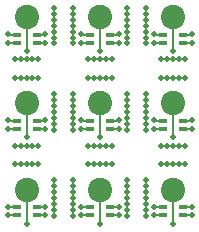
<source format=gtl>
G04 #@! TF.GenerationSoftware,KiCad,Pcbnew,5.0.2-bee76a0~70~ubuntu18.04.1*
G04 #@! TF.CreationDate,2018-12-08T03:46:04+01:00*
G04 #@! TF.ProjectId,simic2matrix_panel_3x3,73696d69-6332-46d6-9174-7269785f7061,rev?*
G04 #@! TF.SameCoordinates,Original*
G04 #@! TF.FileFunction,Copper,L1,Top*
G04 #@! TF.FilePolarity,Positive*
%FSLAX46Y46*%
G04 Gerber Fmt 4.6, Leading zero omitted, Abs format (unit mm)*
G04 Created by KiCad (PCBNEW 5.0.2-bee76a0~70~ubuntu18.04.1) date Sat 08 Dec 2018 03:46:04 CET*
%MOMM*%
%LPD*%
G01*
G04 APERTURE LIST*
G04 #@! TA.AperFunction,ViaPad*
%ADD10C,2.060000*%
G04 #@! TD*
G04 #@! TA.AperFunction,SMDPad,CuDef*
%ADD11R,0.750000X0.450000*%
G04 #@! TD*
G04 #@! TA.AperFunction,ViaPad*
%ADD12C,0.500000*%
G04 #@! TD*
G04 #@! TA.AperFunction,Conductor*
%ADD13C,0.152400*%
G04 #@! TD*
G04 APERTURE END LIST*
D10*
G04 #@! TO.N,GND*
G04 #@! TO.C,U2*
X124500000Y-121820000D03*
D11*
G04 #@! TD*
G04 #@! TO.P,U2,1*
G04 #@! TO.N,Net-(U1-Pad4)*
X123650000Y-124000000D03*
G04 #@! TO.P,U2,3*
G04 #@! TO.N,Net-(U1-Pad1)*
X125350000Y-124000000D03*
G04 #@! TO.P,U2,4*
G04 #@! TO.N,Net-(U1-Pad2)*
X125350000Y-123300000D03*
G04 #@! TO.P,U2,2*
G04 #@! TO.N,Net-(U1-Pad3)*
X123650000Y-123300000D03*
G04 #@! TD*
D10*
G04 #@! TO.N,GND*
G04 #@! TO.C,U2*
X118300000Y-121820000D03*
D11*
G04 #@! TD*
G04 #@! TO.P,U2,1*
G04 #@! TO.N,Net-(U1-Pad4)*
X117450000Y-124000000D03*
G04 #@! TO.P,U2,3*
G04 #@! TO.N,Net-(U1-Pad1)*
X119150000Y-124000000D03*
G04 #@! TO.P,U2,4*
G04 #@! TO.N,Net-(U1-Pad2)*
X119150000Y-123300000D03*
G04 #@! TO.P,U2,2*
G04 #@! TO.N,Net-(U1-Pad3)*
X117450000Y-123300000D03*
G04 #@! TD*
G04 #@! TO.P,U2,2*
G04 #@! TO.N,Net-(U1-Pad3)*
X111250000Y-123300000D03*
G04 #@! TO.P,U2,4*
G04 #@! TO.N,Net-(U1-Pad2)*
X112950000Y-123300000D03*
G04 #@! TO.P,U2,3*
G04 #@! TO.N,Net-(U1-Pad1)*
X112950000Y-124000000D03*
G04 #@! TO.P,U2,1*
G04 #@! TO.N,Net-(U1-Pad4)*
X111250000Y-124000000D03*
D10*
G04 #@! TD*
G04 #@! TO.N,GND*
G04 #@! TO.C,U2*
X112100000Y-121820000D03*
G04 #@! TO.N,GND*
G04 #@! TO.C,U2*
X124500000Y-114520000D03*
D11*
G04 #@! TD*
G04 #@! TO.P,U2,1*
G04 #@! TO.N,Net-(U1-Pad4)*
X123650000Y-116700000D03*
G04 #@! TO.P,U2,3*
G04 #@! TO.N,Net-(U1-Pad1)*
X125350000Y-116700000D03*
G04 #@! TO.P,U2,4*
G04 #@! TO.N,Net-(U1-Pad2)*
X125350000Y-116000000D03*
G04 #@! TO.P,U2,2*
G04 #@! TO.N,Net-(U1-Pad3)*
X123650000Y-116000000D03*
G04 #@! TD*
D10*
G04 #@! TO.N,GND*
G04 #@! TO.C,U2*
X118300000Y-114520000D03*
D11*
G04 #@! TD*
G04 #@! TO.P,U2,1*
G04 #@! TO.N,Net-(U1-Pad4)*
X117450000Y-116700000D03*
G04 #@! TO.P,U2,3*
G04 #@! TO.N,Net-(U1-Pad1)*
X119150000Y-116700000D03*
G04 #@! TO.P,U2,4*
G04 #@! TO.N,Net-(U1-Pad2)*
X119150000Y-116000000D03*
G04 #@! TO.P,U2,2*
G04 #@! TO.N,Net-(U1-Pad3)*
X117450000Y-116000000D03*
G04 #@! TD*
D10*
G04 #@! TO.N,GND*
G04 #@! TO.C,U2*
X112100000Y-114520000D03*
D11*
G04 #@! TD*
G04 #@! TO.P,U2,1*
G04 #@! TO.N,Net-(U1-Pad4)*
X111250000Y-116700000D03*
G04 #@! TO.P,U2,3*
G04 #@! TO.N,Net-(U1-Pad1)*
X112950000Y-116700000D03*
G04 #@! TO.P,U2,4*
G04 #@! TO.N,Net-(U1-Pad2)*
X112950000Y-116000000D03*
G04 #@! TO.P,U2,2*
G04 #@! TO.N,Net-(U1-Pad3)*
X111250000Y-116000000D03*
G04 #@! TD*
D10*
G04 #@! TO.N,GND*
G04 #@! TO.C,U2*
X124500000Y-107220000D03*
D11*
G04 #@! TD*
G04 #@! TO.P,U2,1*
G04 #@! TO.N,Net-(U1-Pad4)*
X123650000Y-109400000D03*
G04 #@! TO.P,U2,3*
G04 #@! TO.N,Net-(U1-Pad1)*
X125350000Y-109400000D03*
G04 #@! TO.P,U2,4*
G04 #@! TO.N,Net-(U1-Pad2)*
X125350000Y-108700000D03*
G04 #@! TO.P,U2,2*
G04 #@! TO.N,Net-(U1-Pad3)*
X123650000Y-108700000D03*
G04 #@! TD*
D10*
G04 #@! TO.N,GND*
G04 #@! TO.C,U2*
X118300000Y-107220000D03*
D11*
G04 #@! TD*
G04 #@! TO.P,U2,1*
G04 #@! TO.N,Net-(U1-Pad4)*
X117450000Y-109400000D03*
G04 #@! TO.P,U2,3*
G04 #@! TO.N,Net-(U1-Pad1)*
X119150000Y-109400000D03*
G04 #@! TO.P,U2,4*
G04 #@! TO.N,Net-(U1-Pad2)*
X119150000Y-108700000D03*
G04 #@! TO.P,U2,2*
G04 #@! TO.N,Net-(U1-Pad3)*
X117450000Y-108700000D03*
G04 #@! TD*
D10*
G04 #@! TO.N,GND*
G04 #@! TO.C,U2*
X112100000Y-107220000D03*
D11*
G04 #@! TD*
G04 #@! TO.P,U2,1*
G04 #@! TO.N,Net-(U1-Pad4)*
X111250000Y-109400000D03*
G04 #@! TO.P,U2,3*
G04 #@! TO.N,Net-(U1-Pad1)*
X112950000Y-109400000D03*
G04 #@! TO.P,U2,4*
G04 #@! TO.N,Net-(U1-Pad2)*
X112950000Y-108700000D03*
G04 #@! TO.P,U2,2*
G04 #@! TO.N,Net-(U1-Pad3)*
X111250000Y-108700000D03*
G04 #@! TD*
D12*
G04 #@! TO.N,*
X112100000Y-112400000D03*
X118300000Y-112400000D03*
X124500000Y-112400000D03*
X112100000Y-119700000D03*
X118300000Y-119700000D03*
X124500000Y-119700000D03*
X111100000Y-110800000D03*
X117300000Y-110800000D03*
X123500000Y-110800000D03*
X111100000Y-118100000D03*
X117300000Y-118100000D03*
X123500000Y-118100000D03*
X116000000Y-106950000D03*
X122200000Y-106950000D03*
X116000000Y-114250000D03*
X122200000Y-114250000D03*
X116000000Y-121550000D03*
X122200000Y-121550000D03*
X112600000Y-110800000D03*
X118800000Y-110800000D03*
X125000000Y-110800000D03*
X112600000Y-118100000D03*
X118800000Y-118100000D03*
X125000000Y-118100000D03*
X111600000Y-110800000D03*
X117800000Y-110800000D03*
X124000000Y-110800000D03*
X111600000Y-118100000D03*
X117800000Y-118100000D03*
X124000000Y-118100000D03*
X116000000Y-108950000D03*
X122200000Y-108950000D03*
X116000000Y-116250000D03*
X122200000Y-116250000D03*
X116000000Y-123550000D03*
X122200000Y-123550000D03*
X114400000Y-109450000D03*
X120600000Y-109450000D03*
X114400000Y-116750000D03*
X120600000Y-116750000D03*
X114400000Y-124050000D03*
X120600000Y-124050000D03*
X114400000Y-106450000D03*
X120600000Y-106450000D03*
X114400000Y-113750000D03*
X120600000Y-113750000D03*
X114400000Y-121050000D03*
X120600000Y-121050000D03*
X116000000Y-108450000D03*
X122200000Y-108450000D03*
X116000000Y-115750000D03*
X122200000Y-115750000D03*
X116000000Y-123050000D03*
X122200000Y-123050000D03*
X114400000Y-106950000D03*
X120600000Y-106950000D03*
X114400000Y-114250000D03*
X120600000Y-114250000D03*
X114400000Y-121550000D03*
X120600000Y-121550000D03*
X112600000Y-112400000D03*
X118800000Y-112400000D03*
X125000000Y-112400000D03*
X112600000Y-119700000D03*
X118800000Y-119700000D03*
X125000000Y-119700000D03*
X111100000Y-110800000D03*
X117300000Y-110800000D03*
X123500000Y-110800000D03*
X111100000Y-118100000D03*
X117300000Y-118100000D03*
X123500000Y-118100000D03*
X113100000Y-110800000D03*
X119300000Y-110800000D03*
X125500000Y-110800000D03*
X113100000Y-118100000D03*
X119300000Y-118100000D03*
X125500000Y-118100000D03*
X111600000Y-112400000D03*
X117800000Y-112400000D03*
X124000000Y-112400000D03*
X111600000Y-119700000D03*
X117800000Y-119700000D03*
X124000000Y-119700000D03*
X111100000Y-112400000D03*
X117300000Y-112400000D03*
X123500000Y-112400000D03*
X111100000Y-119700000D03*
X117300000Y-119700000D03*
X123500000Y-119700000D03*
X114400000Y-108450000D03*
X120600000Y-108450000D03*
X114400000Y-115750000D03*
X120600000Y-115750000D03*
X114400000Y-123050000D03*
X120600000Y-123050000D03*
X112100000Y-110800000D03*
X118300000Y-110800000D03*
X124500000Y-110800000D03*
X112100000Y-118100000D03*
X118300000Y-118100000D03*
X124500000Y-118100000D03*
X116000000Y-106450000D03*
X122200000Y-106450000D03*
X116000000Y-113750000D03*
X122200000Y-113750000D03*
X116000000Y-121050000D03*
X122200000Y-121050000D03*
X116000000Y-107450000D03*
X122200000Y-107450000D03*
X116000000Y-114750000D03*
X122200000Y-114750000D03*
X116000000Y-122050000D03*
X122200000Y-122050000D03*
X116000000Y-107950000D03*
X122200000Y-107950000D03*
X116000000Y-115250000D03*
X122200000Y-115250000D03*
X116000000Y-122550000D03*
X122200000Y-122550000D03*
X114400000Y-107950000D03*
X120600000Y-107950000D03*
X114400000Y-115250000D03*
X120600000Y-115250000D03*
X114400000Y-122550000D03*
X120600000Y-122550000D03*
X114400000Y-107450000D03*
X120600000Y-107450000D03*
X114400000Y-114750000D03*
X120600000Y-114750000D03*
X114400000Y-122050000D03*
X120600000Y-122050000D03*
X113100000Y-112400000D03*
X119300000Y-112400000D03*
X125500000Y-112400000D03*
X113100000Y-119700000D03*
X119300000Y-119700000D03*
X125500000Y-119700000D03*
X111100000Y-110800000D03*
X117300000Y-110800000D03*
X123500000Y-110800000D03*
X111100000Y-118100000D03*
X117300000Y-118100000D03*
X123500000Y-118100000D03*
X114400000Y-108950000D03*
X120600000Y-108950000D03*
X114400000Y-116250000D03*
X120600000Y-116250000D03*
X114400000Y-123550000D03*
X120600000Y-123550000D03*
X116000000Y-109450000D03*
X122200000Y-109450000D03*
X116000000Y-116750000D03*
X122200000Y-116750000D03*
X116000000Y-124050000D03*
X122200000Y-124050000D03*
G04 #@! TO.N,Net-(U1-Pad2)*
X113697599Y-108670558D03*
X119897599Y-108670558D03*
X126097599Y-108670558D03*
X113697599Y-115970558D03*
X119897599Y-115970558D03*
X126097599Y-115970558D03*
X113697599Y-123270558D03*
X119897599Y-123270558D03*
X126097599Y-123270558D03*
G04 #@! TO.N,Net-(U1-Pad4)*
X110502400Y-109400000D03*
X116702400Y-109400000D03*
X122902400Y-109400000D03*
X110502400Y-116700000D03*
X116702400Y-116700000D03*
X122902400Y-116700000D03*
X110502400Y-124000000D03*
X116702400Y-124000000D03*
X122902400Y-124000000D03*
G04 #@! TO.N,Net-(U1-Pad3)*
X110502418Y-108670566D03*
X116702418Y-108670566D03*
X122902418Y-108670566D03*
X110502418Y-115970566D03*
X116702418Y-115970566D03*
X122902418Y-115970566D03*
X110502418Y-123270566D03*
X116702418Y-123270566D03*
X122902418Y-123270566D03*
G04 #@! TO.N,Net-(U1-Pad1)*
X113697600Y-109400000D03*
X119897600Y-109400000D03*
X126097600Y-109400000D03*
X113697600Y-116700000D03*
X119897600Y-116700000D03*
X126097600Y-116700000D03*
X113697600Y-124000000D03*
X119897600Y-124000000D03*
X126097600Y-124000000D03*
G04 #@! TO.N,GND*
X112100000Y-110097600D03*
X118300000Y-110097600D03*
X124500000Y-110097600D03*
X112100000Y-117397600D03*
X118300000Y-117397600D03*
X124500000Y-117397600D03*
X112100000Y-124697600D03*
X118300000Y-124697600D03*
X124500000Y-124697600D03*
G04 #@! TD*
D13*
G04 #@! TO.N,Net-(U1-Pad2)*
X113668157Y-108700000D02*
X113697599Y-108670558D01*
X119868157Y-108700000D02*
X119897599Y-108670558D01*
X126068157Y-108700000D02*
X126097599Y-108670558D01*
X113668157Y-116000000D02*
X113697599Y-115970558D01*
X119868157Y-116000000D02*
X119897599Y-115970558D01*
X126068157Y-116000000D02*
X126097599Y-115970558D01*
X113668157Y-123300000D02*
X113697599Y-123270558D01*
X119868157Y-123300000D02*
X119897599Y-123270558D01*
X126068157Y-123300000D02*
X126097599Y-123270558D01*
X112950000Y-108700000D02*
X113668157Y-108700000D01*
X119150000Y-108700000D02*
X119868157Y-108700000D01*
X125350000Y-108700000D02*
X126068157Y-108700000D01*
X112950000Y-116000000D02*
X113668157Y-116000000D01*
X119150000Y-116000000D02*
X119868157Y-116000000D01*
X125350000Y-116000000D02*
X126068157Y-116000000D01*
X112950000Y-123300000D02*
X113668157Y-123300000D01*
X119150000Y-123300000D02*
X119868157Y-123300000D01*
X125350000Y-123300000D02*
X126068157Y-123300000D01*
G04 #@! TO.N,Net-(U1-Pad4)*
X111250000Y-109400000D02*
X110502400Y-109400000D01*
X117450000Y-109400000D02*
X116702400Y-109400000D01*
X123650000Y-109400000D02*
X122902400Y-109400000D01*
X111250000Y-116700000D02*
X110502400Y-116700000D01*
X117450000Y-116700000D02*
X116702400Y-116700000D01*
X123650000Y-116700000D02*
X122902400Y-116700000D01*
X111250000Y-124000000D02*
X110502400Y-124000000D01*
X117450000Y-124000000D02*
X116702400Y-124000000D01*
X123650000Y-124000000D02*
X122902400Y-124000000D01*
G04 #@! TO.N,Net-(U1-Pad3)*
X110531852Y-108700000D02*
X110502418Y-108670566D01*
X116731852Y-108700000D02*
X116702418Y-108670566D01*
X122931852Y-108700000D02*
X122902418Y-108670566D01*
X110531852Y-116000000D02*
X110502418Y-115970566D01*
X116731852Y-116000000D02*
X116702418Y-115970566D01*
X122931852Y-116000000D02*
X122902418Y-115970566D01*
X110531852Y-123300000D02*
X110502418Y-123270566D01*
X116731852Y-123300000D02*
X116702418Y-123270566D01*
X122931852Y-123300000D02*
X122902418Y-123270566D01*
X111250000Y-108700000D02*
X110531852Y-108700000D01*
X117450000Y-108700000D02*
X116731852Y-108700000D01*
X123650000Y-108700000D02*
X122931852Y-108700000D01*
X111250000Y-116000000D02*
X110531852Y-116000000D01*
X117450000Y-116000000D02*
X116731852Y-116000000D01*
X123650000Y-116000000D02*
X122931852Y-116000000D01*
X111250000Y-123300000D02*
X110531852Y-123300000D01*
X117450000Y-123300000D02*
X116731852Y-123300000D01*
X123650000Y-123300000D02*
X122931852Y-123300000D01*
G04 #@! TO.N,Net-(U1-Pad1)*
X112950000Y-109400000D02*
X113697600Y-109400000D01*
X119150000Y-109400000D02*
X119897600Y-109400000D01*
X125350000Y-109400000D02*
X126097600Y-109400000D01*
X112950000Y-116700000D02*
X113697600Y-116700000D01*
X119150000Y-116700000D02*
X119897600Y-116700000D01*
X125350000Y-116700000D02*
X126097600Y-116700000D01*
X112950000Y-124000000D02*
X113697600Y-124000000D01*
X119150000Y-124000000D02*
X119897600Y-124000000D01*
X125350000Y-124000000D02*
X126097600Y-124000000D01*
G04 #@! TO.N,GND*
X112100000Y-107220000D02*
X112100000Y-110097600D01*
X118300000Y-107220000D02*
X118300000Y-110097600D01*
X124500000Y-107220000D02*
X124500000Y-110097600D01*
X112100000Y-114520000D02*
X112100000Y-117397600D01*
X118300000Y-114520000D02*
X118300000Y-117397600D01*
X124500000Y-114520000D02*
X124500000Y-117397600D01*
X112100000Y-121820000D02*
X112100000Y-124697600D01*
X118300000Y-121820000D02*
X118300000Y-124697600D01*
X124500000Y-121820000D02*
X124500000Y-124697600D01*
G04 #@! TD*
M02*

</source>
